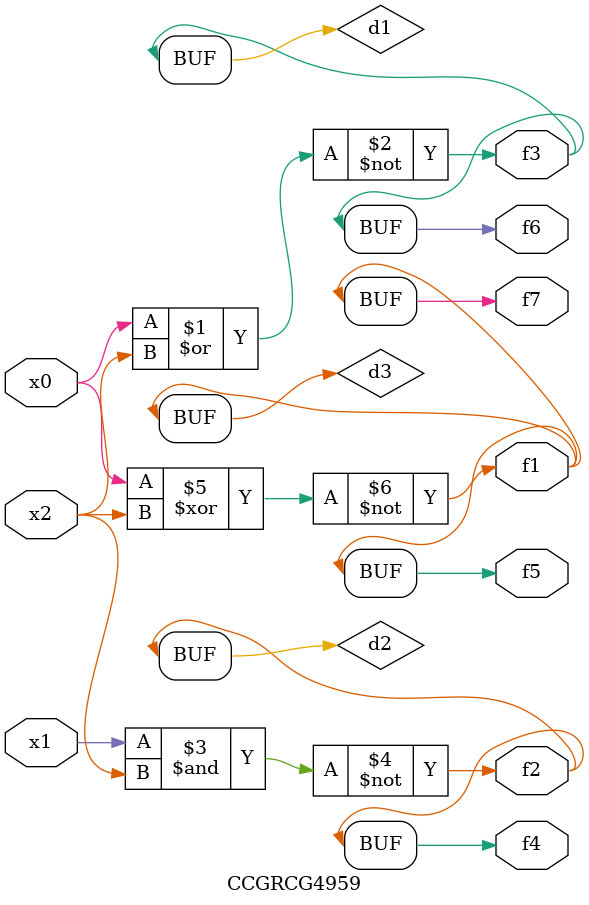
<source format=v>
module CCGRCG4959(
	input x0, x1, x2,
	output f1, f2, f3, f4, f5, f6, f7
);

	wire d1, d2, d3;

	nor (d1, x0, x2);
	nand (d2, x1, x2);
	xnor (d3, x0, x2);
	assign f1 = d3;
	assign f2 = d2;
	assign f3 = d1;
	assign f4 = d2;
	assign f5 = d3;
	assign f6 = d1;
	assign f7 = d3;
endmodule

</source>
